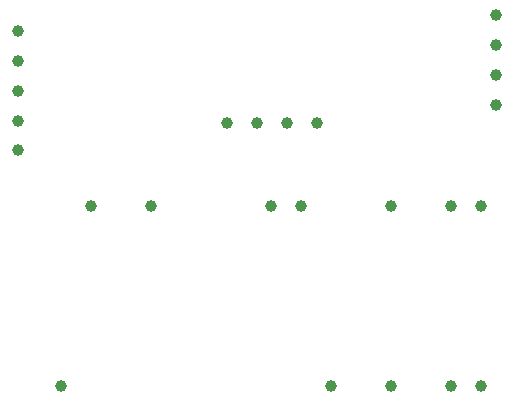
<source format=gbr>
G04 PROTEUS GERBER X2 FILE*
%TF.GenerationSoftware,Labcenter,Proteus,8.15-SP1-Build34318*%
%TF.CreationDate,2023-09-26T11:23:09+00:00*%
%TF.FileFunction,Plated,0,1,PTH*%
%TF.FilePolarity,Positive*%
%TF.Part,Single*%
%TF.SameCoordinates,{55f2b303-2a82-4880-9e88-0068297effa7}*%
%FSLAX45Y45*%
%MOMM*%
G01*
%TA.AperFunction,ComponentDrill*%
%ADD21C,1.000000*%
%TD.AperFunction*%
D21*
X-2465900Y+2733300D03*
X-2719900Y+2733300D03*
X-2973900Y+2733300D03*
X-3227900Y+2733300D03*
X-955740Y+2879160D03*
X-955740Y+3133160D03*
X-955740Y+3387160D03*
X-955740Y+3641160D03*
X-5000000Y+2500000D03*
X-5000000Y+2750000D03*
X-5000000Y+3004000D03*
X-5000000Y+3258000D03*
X-5000000Y+3512000D03*
X-1079500Y+508000D03*
X-1333500Y+508000D03*
X-1841500Y+508000D03*
X-2349500Y+508000D03*
X-4635500Y+508000D03*
X-4381500Y+2032000D03*
X-3873500Y+2032000D03*
X-2857500Y+2032000D03*
X-2603500Y+2032000D03*
X-1841500Y+2032000D03*
X-1333500Y+2032000D03*
X-1079500Y+2032000D03*
M02*

</source>
